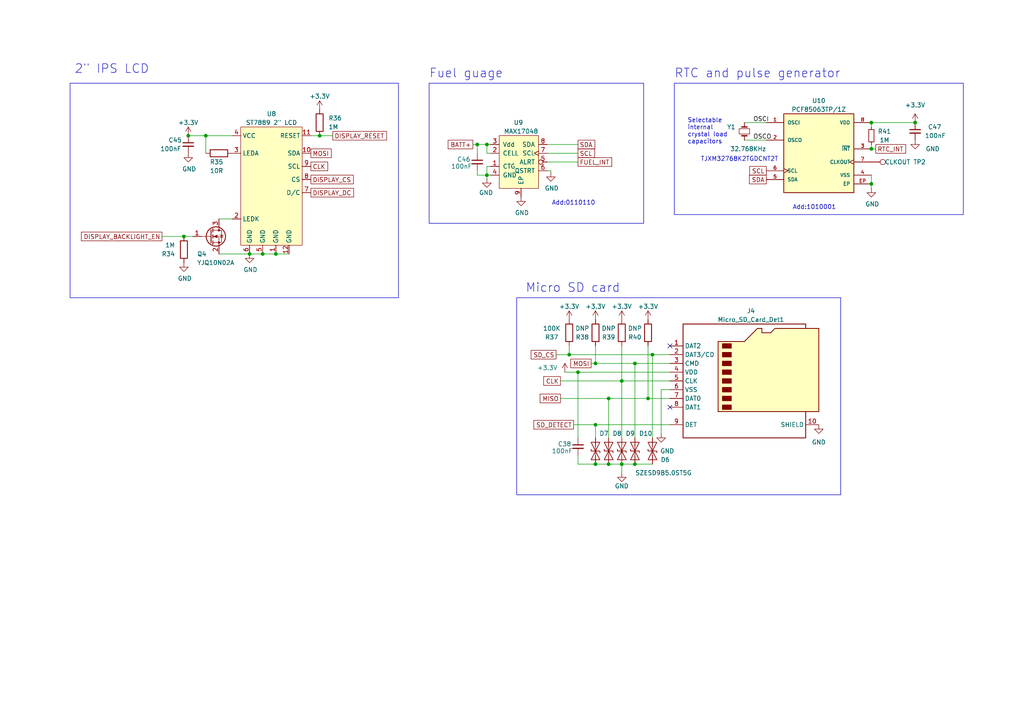
<source format=kicad_sch>
(kicad_sch (version 20230121) (generator eeschema)
  (paper "A4")
  (lib_symbols
    (symbol "Connector:Micro_SD_Card_Det1"
      (property "Reference" "J" (at -16.51 17.78 0))
      (property "Value" "Micro_SD_Card_Det1" (at 16.51 17.78 0))
      (symbol "Micro_SD_Card_Det1_0_1"
        (rectangle (start -7.62 -6.985) (end -5.08 -8.255) (stroke (width 0.254)) (fill (type outline)))
        (rectangle (start -7.62 -4.445) (end -5.08 -5.715) (stroke (width 0.254)) (fill (type outline)))
        (rectangle (start -7.62 -1.905) (end -5.08 -3.175) (stroke (width 0.254)) (fill (type outline)))
        (rectangle (start -7.62 0.635) (end -5.08 -0.635) (stroke (width 0.254)) (fill (type outline)))
        (rectangle (start -7.62 3.175) (end -5.08 1.905) (stroke (width 0.254)) (fill (type outline)))
        (rectangle (start -7.62 5.715) (end -5.08 4.445) (stroke (width 0.254)) (fill (type outline)))
        (rectangle (start -7.62 8.255) (end -5.08 6.985) (stroke (width 0.254)) (fill (type outline)))
        (rectangle (start -7.62 10.795) (end -5.08 9.525) (stroke (width 0.254)) (fill (type outline)))
        (polyline (pts (xy 16.51 15.24) (xy 16.51 16.51) (xy -19.05 16.51) (xy -19.05 -16.51) (xy 16.51 -16.51) (xy 16.51 -8.89)) (stroke (width 0.254)))
        (polyline (pts (xy -8.89 -8.89) (xy -8.89 11.43) (xy -1.27 11.43) (xy 2.54 15.24) (xy 3.81 15.24) (xy 3.81 13.97) (xy 6.35 13.97) (xy 7.62 15.24) (xy 20.32 15.24) (xy 20.32 -8.89) (xy -8.89 -8.89)) (stroke (width 0.254)) (fill (type background)))
      )
      (symbol "Micro_SD_Card_Det1_1_1"
        (pin bidirectional line (at -22.86 10.16 0) (length 3.81) (name "DAT2") (number "1"))
        (pin passive line (at 20.32 -12.7 180) (length 3.81) (name "SHIELD") (number "10"))
        (pin bidirectional line (at -22.86 7.62 0) (length 3.81) (name "DAT3/CD") (number "2"))
        (pin input line (at -22.86 5.08 0) (length 3.81) (name "CMD") (number "3"))
        (pin power_in line (at -22.86 2.54 0) (length 3.81) (name "VDD") (number "4"))
        (pin input line (at -22.86 0 0) (length 3.81) (name "CLK") (number "5"))
        (pin power_in line (at -22.86 -2.54 0) (length 3.81) (name "VSS") (number "6"))
        (pin bidirectional line (at -22.86 -5.08 0) (length 3.81) (name "DAT0") (number "7"))
        (pin bidirectional line (at -22.86 -7.62 0) (length 3.81) (name "DAT1") (number "8"))
        (pin passive line (at -22.86 -12.7 0) (length 3.81) (name "DET") (number "9"))
      )
    )
    (symbol "Connector:TestPoint" (pin_numbers hide) (pin_names (offset 0.762) hide)
      (property "Reference" "TP" (at 0 6.858 0))
      (property "Value" "TestPoint" (at 0 5.08 0))
      (symbol "TestPoint_0_1"
        (circle (center 0 3.302) (radius 0.762))
      )
      (symbol "TestPoint_1_1"
        (pin passive line (at 0 0 90) (length 2.54) (name "1") (number "1"))
      )
    )
    (symbol "Device:C_Small" (pin_numbers hide) (pin_names (offset 0.254) hide)
      (property "Reference" "C" (at 0.254 1.778 0))
      (property "Value" "C_Small" (at 0.254 -2.032 0))
      (symbol "C_Small_0_1"
        (polyline (pts (xy -1.524 -0.508) (xy 1.524 -0.508)) (stroke (width 0.3302)))
        (polyline (pts (xy -1.524 0.508) (xy 1.524 0.508)) (stroke (width 0.3048)))
      )
      (symbol "C_Small_1_1"
        (pin passive line (at 0 2.54 270) (length 2.032) (name "~") (number "1"))
        (pin passive line (at 0 -2.54 90) (length 2.032) (name "~") (number "2"))
      )
    )
    (symbol "Device:Crystal_Small" (pin_numbers hide) (pin_names (offset 1.016) hide)
      (property "Reference" "Y" (at 0 2.54 0))
      (property "Value" "Crystal_Small" (at 0 -2.54 0))
      (symbol "Crystal_Small_0_1"
        (rectangle (start -0.762 -1.524) (end 0.762 1.524))
        (polyline (pts (xy -1.27 -0.762) (xy -1.27 0.762)) (stroke (width 0.381)))
        (polyline (pts (xy 1.27 -0.762) (xy 1.27 0.762)) (stroke (width 0.381)))
      )
      (symbol "Crystal_Small_1_1"
        (pin passive line (at -2.54 0 0) (length 1.27) (name "1") (number "1"))
        (pin passive line (at 2.54 0 180) (length 1.27) (name "2") (number "2"))
      )
    )
    (symbol "Device:R" (pin_numbers hide) (pin_names (offset 0))
      (property "Reference" "R" (at 2.032 0 90))
      (property "Value" "R" (at 0 0 90))
      (symbol "R_0_1"
        (rectangle (start -1.016 -2.54) (end 1.016 2.54) (stroke (width 0.254)))
      )
      (symbol "R_1_1"
        (pin passive line (at 0 3.81 270) (length 1.27) (name "~") (number "1"))
        (pin passive line (at 0 -3.81 90) (length 1.27) (name "~") (number "2"))
      )
    )
    (symbol "Device:R_Small" (pin_numbers hide) (pin_names (offset 0.254) hide)
      (property "Reference" "R" (at 0.762 0.508 0))
      (property "Value" "R_Small" (at 0.762 -1.016 0))
      (symbol "R_Small_0_1"
        (rectangle (start -0.762 1.778) (end 0.762 -1.778) (stroke (width 0.2032)))
      )
      (symbol "R_Small_1_1"
        (pin passive line (at 0 2.54 270) (length 0.762) (name "~") (number "1"))
        (pin passive line (at 0 -2.54 90) (length 0.762) (name "~") (number "2"))
      )
    )
    (symbol "Diode:SZESD9B5.0ST5G" (pin_numbers hide) (pin_names (offset 1.016) hide)
      (property "Reference" "D" (at 0 2.54 0))
      (property "Value" "SZESD9B5.0ST5G" (at 0 -2.54 0))
      (symbol "SZESD9B5.0ST5G_0_1"
        (polyline (pts (xy 1.27 0) (xy -1.27 0)))
        (polyline (pts (xy -2.54 -1.27) (xy 0 0) (xy -2.54 1.27) (xy -2.54 -1.27)) (stroke (width 0.2032)))
        (polyline (pts (xy 0.508 1.27) (xy 0 1.27) (xy 0 -1.27) (xy -0.508 -1.27)) (stroke (width 0.2032)))
        (polyline (pts (xy 2.54 1.27) (xy 2.54 -1.27) (xy 0 0) (xy 2.54 1.27)) (stroke (width 0.2032)))
      )
      (symbol "SZESD9B5.0ST5G_1_1"
        (pin passive line (at -3.81 0 0) (length 2.54) (name "A1") (number "1"))
        (pin passive line (at 3.81 0 180) (length 2.54) (name "A2") (number "2"))
      )
    )
    (symbol "Lcd:2{dblquote}_IPS_LCD_ST7889"
      (property "Reference" "U" (at 0 6.35 0))
      (symbol "2{dblquote}_IPS_LCD_ST7889_1_1"
        (rectangle (start -8.89 3.81) (end 8.89 -30.48) (fill (type background)))
        (pin input line (at 1.27 -33.02 90) (length 2.54) (name "GND") (number "1"))
        (pin input line (at 11.43 -3.81 180) (length 2.54) (name "SDA") (number "10"))
        (pin input line (at 11.43 1.27 180) (length 2.54) (name "RESET") (number "11"))
        (pin input line (at 5.08 -33.02 90) (length 2.54) (name "GND") (number "12"))
        (pin input line (at -11.43 -22.86 0) (length 2.54) (name "LEDK") (number "2"))
        (pin input line (at -11.43 -3.81 0) (length 2.54) (name "LEDA") (number "3"))
        (pin input line (at -11.43 1.27 0) (length 2.54) (name "VCC") (number "4"))
        (pin input line (at -2.54 -33.02 90) (length 2.54) (name "GND") (number "5"))
        (pin input line (at -6.35 -33.02 90) (length 2.54) (name "GND") (number "6"))
        (pin input line (at 11.43 -15.24 180) (length 2.54) (name "D/C") (number "7"))
        (pin input line (at 11.43 -11.43 180) (length 2.54) (name "CS") (number "8"))
        (pin input line (at 11.43 -7.62 180) (length 2.54) (name "SCL") (number "9"))
      )
    )
    (symbol "MAX17048_1" (pin_names (offset 1.016))
      (property "Reference" "U" (at 3.81 -10.16 0))
      (property "Value" "MAX17048_1" (at 0 7.62 0))
      (symbol "MAX17048_1_0_1"
        (rectangle (start -5.08 6.35) (end 6.35 -8.89) (fill (type background)))
      )
      (symbol "MAX17048_1_1_1"
        (pin input line (at -7.62 -2.54 0) (length 2.54) (name "CTG") (number "1"))
        (pin input line (at -7.62 1.27 0) (length 2.54) (name "CELL") (number "2"))
        (pin power_in line (at -7.62 3.81 0) (length 2.54) (name "Vdd") (number "3"))
        (pin power_in line (at -7.62 -5.08 0) (length 2.54) (name "GND") (number "4"))
        (pin output inverted (at 8.89 -1.27 180) (length 2.54) (name "ALRT") (number "5"))
        (pin input line (at 8.89 -3.81 180) (length 2.54) (name "QSTRT") (number "6"))
        (pin input clock (at 8.89 1.27 180) (length 2.54) (name "SCL") (number "7"))
        (pin bidirectional line (at 8.89 3.81 180) (length 2.54) (name "SDA") (number "8"))
        (pin power_in line (at 1.27 -11.43 90) (length 2.54) (name "EP") (number "9"))
      )
    )
    (symbol "OSSG_components_lib:PMZ290UNE2YL" (pin_names (offset 0) hide)
      (property "Reference" "Q" (at 5.08 1.27 0))
      (property "Value" "PMZ290UNE2YL" (at 5.08 -1.27 0))
      (symbol "PMZ290UNE2YL_0_1"
        (polyline (pts (xy 0.254 0) (xy -2.54 0)))
        (polyline (pts (xy 0.254 1.905) (xy 0.254 -1.905)) (stroke (width 0.254)))
        (polyline (pts (xy 0.762 -1.27) (xy 0.762 -2.286)) (stroke (width 0.254)))
        (polyline (pts (xy 0.762 0.508) (xy 0.762 -0.508)) (stroke (width 0.254)))
        (polyline (pts (xy 0.762 2.286) (xy 0.762 1.27)) (stroke (width 0.254)))
        (polyline (pts (xy 2.54 2.54) (xy 2.54 1.778)))
        (polyline (pts (xy 2.54 -2.54) (xy 2.54 0) (xy 0.762 0)))
        (polyline (pts (xy 0.762 -1.778) (xy 3.302 -1.778) (xy 3.302 1.778) (xy 0.762 1.778)))
        (polyline (pts (xy 1.016 0) (xy 2.032 0.381) (xy 2.032 -0.381) (xy 1.016 0)) (fill (type outline)))
        (polyline (pts (xy 2.794 0.508) (xy 2.921 0.381) (xy 3.683 0.381) (xy 3.81 0.254)))
        (polyline (pts (xy 3.302 0.381) (xy 2.921 -0.254) (xy 3.683 -0.254) (xy 3.302 0.381)))
        (circle (center 1.651 0) (radius 2.794) (stroke (width 0.254)))
        (circle (center 2.54 -1.778) (radius 0.254) (fill (type outline)))
        (circle (center 2.54 1.778) (radius 0.254) (fill (type outline)))
      )
      (symbol "PMZ290UNE2YL_1_1"
        (pin input line (at -5.08 0 0) (length 2.54) (name "G") (number "1"))
        (pin passive line (at 2.54 -5.08 90) (length 2.54) (name "S") (number "2"))
        (pin passive line (at 2.54 5.08 270) (length 2.54) (name "D") (number "3"))
      )
    )
    (symbol "pcf85063tp:PCF85063TP{slash}1Z" (pin_names (offset 1.016))
      (property "Reference" "U10" (at 0 15.24 0))
      (property "Value" "PCF85063TP/1Z" (at 0 12.7 0))
      (symbol "PCF85063TP{slash}1Z_0_0"
        (rectangle (start -10.16 10.16) (end 10.16 -12.7) (stroke (width 0.254)) (fill (type background)))
        (pin input line (at -15.24 7.62 0) (length 5.08) (name "OSCI") (number "1"))
        (pin output line (at 15.24 0 180) (length 5.08) (name "~{INT}") (number "3"))
        (pin power_in line (at 15.24 -7.62 180) (length 5.08) (name "VSS") (number "4"))
        (pin bidirectional line (at -15.24 -8.89 0) (length 5.08) (name "SDA") (number "5"))
        (pin input clock (at -15.24 -6.35 0) (length 5.08) (name "SCL") (number "6"))
        (pin power_in line (at 15.24 -10.16 180) (length 5.08) (name "EP") (number "EP"))
      )
      (symbol "PCF85063TP{slash}1Z_1_0"
        (pin output line (at -15.24 2.54 0) (length 5.08) (name "OSCO") (number "2"))
        (pin output clock (at 15.24 -3.81 180) (length 5.08) (name "CLKOUT") (number "7"))
        (pin power_in line (at 15.24 7.62 180) (length 5.08) (name "VDD") (number "8"))
      )
    )
    (symbol "power:+3.3V" (power) (pin_names (offset 0))
      (property "Value" "+3.3V" (at 0 3.556 0))
      (symbol "+3.3V_0_1"
        (polyline (pts (xy -0.762 1.27) (xy 0 2.54)))
        (polyline (pts (xy 0 0) (xy 0 2.54)))
        (polyline (pts (xy 0 2.54) (xy 0.762 1.27)))
      )
      (symbol "+3.3V_1_1"
        (pin power_in line (at 0 0 90) (length 0) hide (name "+3.3V") (number "1"))
      )
    )
    (symbol "power:GND" (power) (pin_names (offset 0))
      (property "Value" "GND" (at 0 -3.81 0))
      (symbol "GND_0_1"
        (polyline (pts (xy 0 0) (xy 0 -1.27) (xy 1.27 -1.27) (xy 0 -2.54) (xy -1.27 -1.27) (xy 0 -1.27)))
      )
      (symbol "GND_1_1"
        (pin power_in line (at 0 0 270) (length 0) hide (name "GND") (number "1"))
      )
    )
  )
  (junction (at 138.43 41.91))
  (junction (at 180.34 110.49))
  (junction (at 172.72 134.62))
  (junction (at 54.61 39.37))
  (junction (at 80.01 73.66))
  (junction (at 165.1 102.87))
  (junction (at 176.53 115.57))
  (junction (at 53.34 68.58))
  (junction (at 76.2 73.66))
  (junction (at 141.224 50.8))
  (junction (at 184.15 105.41))
  (junction (at 141.224 41.91))
  (junction (at 252.73 43.18))
  (junction (at 176.53 134.62))
  (junction (at 189.23 102.87))
  (junction (at 72.39 73.66))
  (junction (at 187.96 115.57))
  (junction (at 265.43 35.56))
  (junction (at 252.73 35.56))
  (junction (at 167.64 107.95))
  (junction (at 252.73 53.34))
  (junction (at 180.34 134.62))
  (junction (at 184.15 134.62))
  (junction (at 59.69 39.37))
  (junction (at 172.72 105.41))
  (junction (at 172.72 123.19))
  (junction (at 92.71 39.37))
  (no_connect (at 194.31 118.11))
  (no_connect (at 194.31 100.33))
  (wire (pts (xy 252.73 43.18) (xy 252.73 41.91)))
  (wire (pts (xy 165.1 100.33) (xy 165.1 102.87)))
  (wire (pts (xy 76.2 73.66) (xy 80.01 73.66)))
  (wire (pts (xy 59.69 39.37) (xy 67.31 39.37)))
  (wire (pts (xy 92.71 39.37) (xy 90.17 39.37)))
  (wire (pts (xy 159.766 49.53) (xy 159.766 50.038)))
  (wire (pts (xy 138.43 49.53) (xy 138.43 50.8)))
  (wire (pts (xy 141.224 50.8) (xy 142.24 50.8)))
  (wire (pts (xy 161.29 102.87) (xy 165.1 102.87)))
  (wire (pts (xy 187.96 100.33) (xy 187.96 115.57)))
  (wire (pts (xy 165.1 102.87) (xy 189.23 102.87)))
  (wire (pts (xy 92.71 39.37) (xy 96.52 39.37)))
  (wire (pts (xy 184.15 105.41) (xy 184.15 127)))
  (wire (pts (xy 162.56 115.57) (xy 176.53 115.57)))
  (wire (pts (xy 172.72 100.33) (xy 172.72 105.41)))
  (wire (pts (xy 180.34 100.33) (xy 180.34 110.49)))
  (wire (pts (xy 141.224 50.8) (xy 141.224 51.816)))
  (wire (pts (xy 184.15 105.41) (xy 194.31 105.41)))
  (wire (pts (xy 167.64 107.95) (xy 167.64 127)))
  (wire (pts (xy 167.64 107.95) (xy 194.31 107.95)))
  (wire (pts (xy 54.61 39.37) (xy 59.69 39.37)))
  (wire (pts (xy 141.224 44.45) (xy 141.224 41.91)))
  (wire (pts (xy 59.69 39.37) (xy 59.69 44.45)))
  (wire (pts (xy 158.75 46.99) (xy 167.64 46.99)))
  (wire (pts (xy 191.77 125.73) (xy 191.77 113.03)))
  (wire (pts (xy 176.53 115.57) (xy 187.96 115.57)))
  (wire (pts (xy 53.34 68.58) (xy 55.88 68.58)))
  (wire (pts (xy 189.23 102.87) (xy 189.23 127)))
  (wire (pts (xy 72.39 73.66) (xy 63.5 73.66)))
  (wire (pts (xy 141.224 41.91) (xy 142.24 41.91)))
  (wire (pts (xy 172.72 123.19) (xy 172.72 127)))
  (wire (pts (xy 176.53 134.62) (xy 180.34 134.62)))
  (wire (pts (xy 172.72 134.62) (xy 176.53 134.62)))
  (wire (pts (xy 172.72 105.41) (xy 184.15 105.41)))
  (wire (pts (xy 162.56 110.49) (xy 180.34 110.49)))
  (wire (pts (xy 163.83 107.95) (xy 167.64 107.95)))
  (wire (pts (xy 184.15 134.62) (xy 189.23 134.62)))
  (wire (pts (xy 189.23 102.87) (xy 194.31 102.87)))
  (wire (pts (xy 180.34 134.62) (xy 184.15 134.62)))
  (wire (pts (xy 171.45 105.41) (xy 172.72 105.41)))
  (wire (pts (xy 180.34 110.49) (xy 194.31 110.49)))
  (wire (pts (xy 252.73 53.34) (xy 252.73 54.61)))
  (wire (pts (xy 252.73 43.18) (xy 254 43.18)))
  (wire (pts (xy 80.01 73.66) (xy 83.82 73.66)))
  (wire (pts (xy 138.43 50.8) (xy 141.224 50.8)))
  (wire (pts (xy 215.9 35.56) (xy 222.25 35.56)))
  (wire (pts (xy 176.53 115.57) (xy 176.53 127)))
  (wire (pts (xy 158.75 49.53) (xy 159.766 49.53)))
  (wire (pts (xy 166.37 123.19) (xy 172.72 123.19)))
  (wire (pts (xy 138.43 41.91) (xy 138.43 44.45)))
  (wire (pts (xy 142.24 48.26) (xy 141.224 48.26)))
  (wire (pts (xy 46.99 68.58) (xy 53.34 68.58)))
  (wire (pts (xy 142.24 44.45) (xy 141.224 44.45)))
  (wire (pts (xy 252.73 50.8) (xy 252.73 53.34)))
  (wire (pts (xy 172.72 134.62) (xy 167.64 134.62)))
  (wire (pts (xy 158.75 44.45) (xy 167.64 44.45)))
  (wire (pts (xy 138.43 41.91) (xy 141.224 41.91)))
  (wire (pts (xy 187.96 115.57) (xy 194.31 115.57)))
  (wire (pts (xy 180.34 134.62) (xy 180.34 137.16)))
  (wire (pts (xy 215.9 40.64) (xy 222.25 40.64)))
  (wire (pts (xy 172.72 123.19) (xy 194.31 123.19)))
  (wire (pts (xy 252.73 35.56) (xy 265.43 35.56)))
  (wire (pts (xy 137.16 41.91) (xy 138.43 41.91)))
  (wire (pts (xy 72.39 73.66) (xy 76.2 73.66)))
  (wire (pts (xy 180.34 110.49) (xy 180.34 127)))
  (wire (pts (xy 141.224 48.26) (xy 141.224 50.8)))
  (wire (pts (xy 167.64 134.62) (xy 167.64 132.08)))
  (wire (pts (xy 191.77 113.03) (xy 194.31 113.03)))
  (wire (pts (xy 63.5 63.5) (xy 67.31 63.5)))
  (wire (pts (xy 252.73 36.83) (xy 252.73 35.56)))
  (wire (pts (xy 158.75 41.91) (xy 167.64 41.91)))
  (rectangle (start 20.32 24.13) (end 115.57 86.36))
  (rectangle (start 195.58 24.13) (end 279.4 62.23))
  (rectangle (start 124.46 24.13) (end 186.69 64.77))
  (rectangle (start 149.86 86.36) (end 243.84 143.51))
  (text "Selectable\ninternal \ncrystal load\ncapacitors" (at 199.39 41.91 0) (effects (font (size 1.27 1.27)) (justify left bottom)))
  (text "Micro SD card" (at 152.4 85.09 0) (effects (font (size 2.54 2.54)) (justify left bottom)))
  (text "Fuel guage" (at 124.46 22.86 0) (effects (font (size 2.54 2.54)) (justify left bottom)))
  (text "Add:1010001" (at 229.87 60.96 0) (effects (font (size 1.27 1.27)) (justify left bottom)))
  (text "Add:0110110" (at 160.02 59.69 0) (effects (font (size 1.27 1.27)) (justify left bottom)))
  (text "RTC and pulse generator" (at 195.58 22.86 0) (effects (font (size 2.54 2.54)) (justify left bottom)))
  (text "2\" IPS LCD\n" (at 21.59 21.59 0) (effects (font (size 2.54 2.54)) (justify left bottom)))
  (text "TJXM32768K2TGDCNT2T" (at 203.2 46.99 0) (effects (font (size 1.27 1.27)) (justify left bottom)))
  (label "OSCO" (at 218.44 40.64 0))
  (label "OSCI" (at 218.44 35.56 0))
  (global_label "SDA" (shape passive) (at 222.25 52.07 180) (property "Intersheetrefs" "${INTERSHEET_REFS}" (effects hide)))
  (global_label "DISPLAY_DC" (shape passive) (at 90.17 55.88 0) (property "Intersheetrefs" "${INTERSHEET_REFS}" (effects hide)))
  (global_label "MISO" (shape passive) (at 162.56 115.57 180) (property "Intersheetrefs" "${INTERSHEET_REFS}" (effects hide)))
  (global_label "SDA" (shape passive) (at 167.64 41.91 0) (property "Intersheetrefs" "${INTERSHEET_REFS}" (effects hide)))
  (global_label "MOSI" (shape passive) (at 90.17 44.45 0) (property "Intersheetrefs" "${INTERSHEET_REFS}" (effects hide)))
  (global_label "DISPLAY_RESET" (shape passive) (at 96.52 39.37 0) (property "Intersheetrefs" "${INTERSHEET_REFS}" (effects hide)))
  (global_label "FUEL_INT" (shape passive) (at 167.64 46.99 0) (property "Intersheetrefs" "${INTERSHEET_REFS}" (effects hide)))
  (global_label "CLK" (shape passive) (at 90.17 48.26 0) (property "Intersheetrefs" "${INTERSHEET_REFS}" (effects hide)))
  (global_label "DISPLAY_BACKLIGHT_EN" (shape passive) (at 46.99 68.58 180) (property "Intersheetrefs" "${INTERSHEET_REFS}" (effects hide)))
  (global_label "SCL" (shape passive) (at 167.64 44.45 0) (property "Intersheetrefs" "${INTERSHEET_REFS}" (effects hide)))
  (global_label "SD_DETECT" (shape passive) (at 166.37 123.19 180) (property "Intersheetrefs" "${INTERSHEET_REFS}" (effects hide)))
  (global_label "MOSI" (shape passive) (at 171.45 105.41 180) (property "Intersheetrefs" "${INTERSHEET_REFS}" (effects hide)))
  (global_label "RTC_INT" (shape passive) (at 254 43.18 0) (property "Intersheetrefs" "${INTERSHEET_REFS}" (effects hide)))
  (global_label "SCL" (shape passive) (at 222.25 49.53 180) (property "Intersheetrefs" "${INTERSHEET_REFS}" (effects hide)))
  (global_label "DISPLAY_CS" (shape passive) (at 90.17 52.07 0) (property "Intersheetrefs" "${INTERSHEET_REFS}" (effects hide)))
  (global_label "CLK" (shape passive) (at 162.56 110.49 180) (property "Intersheetrefs" "${INTERSHEET_REFS}" (effects hide)))
  (global_label "SD_CS" (shape passive) (at 161.29 102.87 180) (property "Intersheetrefs" "${INTERSHEET_REFS}" (effects hide)))
  (global_label "BATT+" (shape passive) (at 137.16 41.91 180) (property "Intersheetrefs" "${INTERSHEET_REFS}" (effects hide)))
  (symbol (lib_id "Device:R") (at 172.72 96.52 0) (unit 1)
    (property "Reference" "R38" (at 168.91 97.79 0))
    (property "Value" "DNP" (at 168.91 95.25 0))
    (property "Footprint" "Resistor_SMD:R_0402_1005Metric" (effects hide))
    (instances (project "Music_32_V2" (path "" (reference "R38") (unit 1))) (project "Audio test board" (path "" (reference "R?") (unit 1))) (project "Ipod" (path "" (reference "R?") (unit 1)) (path "" (reference "R43") (unit 1))))
  )
  (symbol (lib_id "Connector:TestPoint") (at 252.73 46.99 270) (mirror x) (unit 1)
    (property "Reference" "TP2" (at 266.7 46.99 90))
    (property "Value" "CLKOUT" (at 260.35 46.99 90))
    (property "Footprint" "TestPoint:TestPoint_Pad_D3.0mm" (effects hide))
    (instances (project "Music_32_V2" (path "" (reference "TP2") (unit 1)) (path "" (reference "TP3") (unit 1))))
  )
  (symbol (lib_id "pcf85063tp:PCF85063TP{slash}1Z") (at 237.49 43.18 0) (unit 1)
    (property "Reference" "U10" (at 237.49 29.21 0))
    (property "Value" "PCF85063TP/1Z" (at 237.49 31.75 0))
    (property "Footprint" "Footprints:PCF85063TP_1Z" (effects hide))
    (property "PACKAGE" "8-WFDFN" (effects hide))
    (property "MPN" "PCF85063TP/1Z" (effects hide))
    (property "DIGIKEY_PARTNO" "568-10236-1-ND" (effects hide))
    (property "CREATED_BY" "PCBLayout.com" (effects hide))
    (property "MANUFACTURER" "NXP USA Inc." (effects hide))
    (instances (project "Music_32_V2" (path "" (reference "U10") (unit 1))) (project "Phone" (path "" (reference "U?") (unit 1))) (project "Ipod" (path "" (reference "U?") (unit 1)) (path "" (reference "U10") (unit 1))))
  )
  (symbol (lib_id "Device:C_Small") (at 54.61 41.91 0) (mirror y) (unit 1)
    (property "Reference" "C45" (at 50.8 40.64 0))
    (property "Value" "100nF" (at 49.53 43.18 0))
    (property "Footprint" "Capacitor_SMD:C_0402_1005Metric" (effects hide))
    (instances (project "Music_32_V2" (path "" (reference "C45") (unit 1))) (project "Phone" (path "" (reference "C?") (unit 1))) (project "Ipod" (path "" (reference "C?") (unit 1)) (path "" (reference "C38") (unit 1))))
  )
  (symbol (lib_id "power:GND") (at 252.73 54.61 0) (unit 1)
    (property "Reference" "#PWR086" (effects hide))
    (property "Value" "GND" (at 252.984 59.182 0))
    (instances (project "Music_32_V2" (path "" (reference "#PWR086") (unit 1))) (project "Phone" (path "" (reference "#PWR?") (unit 1))) (project "Ipod" (path "" (reference "#PWR?") (unit 1)) (path "" (reference "#PWR082") (unit 1))) (project "Power" (path "" (reference "#PWR?") (unit 1))))
  )
  (symbol (lib_id "Device:C_Small") (at 167.64 129.54 0) (unit 1)
    (property "Reference" "C38" (at 161.798 128.778 0) (effects (justify left)))
    (property "Value" "100nF" (at 160.02 130.81 0) (effects (justify left)))
    (property "Footprint" "Capacitor_SMD:C_0402_1005Metric" (effects hide))
    (property "Datasheet" "https://search.murata.co.jp/Ceramy/image/img/A01X/G101/ENG/GRT155C80J105KE01-01.pdf" (effects hide))
    (property "DigiKeyLink" "https://www.digikey.ca/en/products/detail/murata-electronics/GRT155C80J105KE01J/13904934" (effects hide))
    (property "Price" "0.0448" (effects hide))
    (property "MPN" "490-GRT155C80J105KE01JCT-ND" (effects hide))
    (property "MPN_LCSC" "C14445" (effects hide))
    (property "Price_LCSC" "0.0018" (effects hide))
    (property "LCSCLink" "https://lcsc.com/product-detail/Multilayer-Ceramic-Capacitors-MLCC-SMD-SMT_Samsung-Electro-Mechanics-CL05A105KP5NNNC_C14445.html" (effects hide))
    (instances (project "Music_32_V2" (path "" (reference "C38") (unit 1))) (project "Phone" (path "" (reference "C?") (unit 1))) (project "Ipod" (path "" (reference "C?") (unit 1)) (path "" (reference "C39") (unit 1))) (project "Power" (path "" (reference "C?") (unit 1))))
  )
  (symbol (lib_id "Device:R") (at 92.71 35.56 0) (mirror x) (unit 1)
    (property "Reference" "R36" (at 95.25 34.29 0) (effects (justify left)))
    (property "Value" "1M" (at 95.25 36.83 0) (effects (justify left)))
    (property "Footprint" "Resistor_SMD:R_0402_1005Metric" (effects hide))
    (instances (project "Music_32_V2" (path "" (reference "R36") (unit 1))) (project "Phone" (path "" (reference "R?") (unit 1)) (path "" (reference "R?") (unit 1))) (project "Ipod" (path "" (reference "R?") (unit 1)) (path "" (reference "R39") (unit 1))))
  )
  (symbol (lib_id "power:+3.3V") (at 187.96 92.71 0) (unit 1)
    (property "Reference" "#PWR083" (effects hide))
    (property "Value" "+3.3V" (at 187.96 88.9 0))
    (instances (project "Music_32_V2" (path "" (reference "#PWR083") (unit 1))) (project "Audio test board" (path "" (reference "#PWR?") (unit 1))) (project "Ipod" (path "" (reference "#PWR?") (unit 1)) (path "" (reference "#PWR080") (unit 1))))
  )
  (symbol (lib_id "OSSG_components_lib:PMZ290UNE2YL") (at 60.96 68.58 0) (unit 1)
    (property "Reference" "Q4" (at 57.15 73.66 0) (effects (justify left)))
    (property "Value" "YJQ10N02A" (at 57.15 76.2 0) (effects (justify left)))
    (property "Footprint" "Footprints:YJQ10N02A" (effects hide))
    (instances (project "Music_32_V2" (path "" (reference "Q4") (unit 1))) (project "Phone" (path "" (reference "Q?") (unit 1))) (project "Ipod" (path "" (reference "Q?") (unit 1)) (path "" (reference "Q?") (unit 1)) (path "" (reference "Q4") (unit 1))) (project "power" (path "" (reference "Q?") (unit 1))) (project "Power" (path "" (reference "Q?") (unit 1))))
  )
  (symbol (lib_id "power:+3.3V") (at 54.61 39.37 0) (unit 1)
    (property "Reference" "#PWR071" (effects hide))
    (property "Value" "+3.3V" (at 54.61 35.56 0))
    (instances (project "Music_32_V2" (path "" (reference "#PWR071") (unit 1))) (project "Phone" (path "" (reference "#PWR?") (unit 1))) (project "Ipod" (path "" (reference "#PWR?") (unit 1)) (path "" (reference "#PWR064") (unit 1))))
  )
  (symbol (lib_id "power:GND") (at 180.34 137.16 0) (mirror y) (unit 1)
    (property "Reference" "#PWR082" (effects hide))
    (property "Value" "GND" (at 180.34 140.97 0))
    (instances (project "Music_32_V2" (path "" (reference "#PWR082") (unit 1))) (project "Phone" (path "" (reference "#PWR?") (unit 1))) (project "Ipod" (path "" (reference "#PWR?") (unit 1)) (path "" (reference "#PWR?") (unit 1)) (path "" (reference "#PWR079") (unit 1))) (project "power" (path "" (reference "#PWR?") (unit 1))) (project "Power" (path "" (reference "#PWR?") (unit 1))))
  )
  (symbol (lib_id "Diode:SZESD9B5.0ST5G") (at 172.72 130.81 90) (unit 1)
    (property "Reference" "D6" (at 194.31 133.35 90) (effects (justify left)))
    (property "Value" "SZESD9B5.0ST5G" (at 200.66 137.16 90) (effects (justify left)))
    (property "Footprint" "Diode_SMD:D_SOD-923" (effects hide))
    (property "Datasheet" "https://www.onsemi.com/pub/Collateral/ESD9B-D.PDF" (effects hide))
    (instances (project "Music_32_V2" (path "" (reference "D6") (unit 1))) (project "Ipod" (path "" (reference "D7") (unit 1))))
  )
  (symbol (lib_id "Device:Crystal_Small") (at 215.9 38.1 270) (mirror x) (unit 1)
    (property "Reference" "Y1" (at 213.36 36.83 90) (effects (justify right)))
    (property "Value" "32.768KHz" (at 222.25 43.18 90) (effects (justify right)))
    (property "Footprint" "Crystal:Crystal_SMD_2012-2Pin_2.0x1.2mm" (effects hide))
    (instances (project "Music_32_V2" (path "" (reference "Y1") (unit 1))) (project "Phone" (path "" (reference "Y?") (unit 1))) (project "Ipod" (path "" (reference "Y?") (unit 1)) (path "" (reference "Y1") (unit 1))))
  )
  (symbol (lib_id "power:GND") (at 191.77 125.73 0) (unit 1)
    (property "Reference" "#PWR084" (effects hide))
    (property "Value" "GND" (at 195.58 130.81 0) (effects (justify right)))
    (instances (project "Music_32_V2" (path "" (reference "#PWR084") (unit 1))) (project "Audio test board" (path "" (reference "#PWR?") (unit 1))) (project "Ipod" (path "" (reference "#PWR?") (unit 1)) (path "" (reference "#PWR081") (unit 1))))
  )
  (symbol (lib_id "power:GND") (at 159.766 50.038 0) (unit 1)
    (property "Reference" "#PWR077" (effects hide))
    (property "Value" "GND" (at 160.02 54.61 0))
    (instances (project "Music_32_V2" (path "" (reference "#PWR077") (unit 1))) (project "Phone" (path "" (reference "#PWR?") (unit 1))) (project "Ipod" (path "" (reference "#PWR?") (unit 1)) (path "" (reference "#PWR070") (unit 1))) (project "Power" (path "" (reference "#PWR?") (unit 1))))
  )
  (symbol (lib_name "MAX17048_1") (lib_id "OSSG_components_lib:MAX17048") (at 149.86 45.72 0) (unit 1)
    (property "Reference" "U9" (at 150.368 35.56 0))
    (property "Value" "MAX17048" (at 151.13 38.1 0))
    (property "Footprint" "Package_DFN_QFN:DFN-8-1EP_2x2mm_P0.5mm_EP0.8x1.6mm" (effects hide))
    (instances (project "Music_32_V2" (path "" (reference "U9") (unit 1))) (project "Phone" (path "" (reference "U?") (unit 1))) (project "Ipod" (path "" (reference "U?") (unit 1)) (path "" (reference "U8") (unit 1))) (project "Power" (path "" (reference "U?") (unit 1))))
  )
  (symbol (lib_id "Diode:SZESD9B5.0ST5G") (at 189.23 130.81 90) (unit 1)
    (property "Reference" "D10" (at 189.23 125.73 90) (effects (justify left)))
    (property "Value" "SZESD9B5.0ST5G" (effects hide))
    (property "Footprint" "Diode_SMD:D_SOD-923" (effects hide))
    (property "Datasheet" "https://www.onsemi.com/pub/Collateral/ESD9B-D.PDF" (effects hide))
    (instances (project "Music_32_V2" (path "" (reference "D10") (unit 1))) (project "Ipod" (path "" (reference "D11") (unit 1))))
  )
  (symbol (lib_id "power:GND") (at 72.39 73.66 0) (unit 1)
    (property "Reference" "#PWR073" (effects hide))
    (property "Value" "GND" (at 72.644 78.232 0))
    (instances (project "Music_32_V2" (path "" (reference "#PWR073") (unit 1))) (project "Phone" (path "" (reference "#PWR?") (unit 1))) (project "Ipod" (path "" (reference "#PWR?") (unit 1)) (path "" (reference "#PWR066") (unit 1))) (project "Power" (path "" (reference "#PWR?") (unit 1))))
  )
  (symbol (lib_id "Device:R") (at 63.5 44.45 90) (mirror x) (unit 1)
    (property "Reference" "R35" (at 64.77 46.99 90) (effects (justify left)))
    (property "Value" "10R" (at 64.77 49.53 90) (effects (justify left)))
    (property "Footprint" "Resistor_SMD:R_0402_1005Metric" (effects hide))
    (instances (project "Music_32_V2" (path "" (reference "R35") (unit 1))) (project "Phone" (path "" (reference "R?") (unit 1)) (path "" (reference "R?") (unit 1))) (project "Ipod" (path "" (reference "R?") (unit 1)) (path "" (reference "R38") (unit 1))))
  )
  (symbol (lib_id "Device:R") (at 165.1 96.52 0) (unit 1)
    (property "Reference" "R37" (at 160.02 97.79 0))
    (property "Value" "100K" (at 160.02 95.25 0))
    (property "Footprint" "Resistor_SMD:R_0402_1005Metric" (effects hide))
    (instances (project "Music_32_V2" (path "" (reference "R37") (unit 1))) (project "Audio test board" (path "" (reference "R?") (unit 1))) (project "Ipod" (path "" (reference "R?") (unit 1)) (path "" (reference "R42") (unit 1))))
  )
  (symbol (lib_id "power:+3.3V") (at 163.83 107.95 0) (unit 1)
    (property "Reference" "#PWR078" (effects hide))
    (property "Value" "+3.3V" (at 158.75 106.68 0))
    (instances (project "Music_32_V2" (path "" (reference "#PWR078") (unit 1))) (project "Audio test board" (path "" (reference "#PWR?") (unit 1))) (project "Samd21 watch" (path "" (reference "#PWR?") (unit 1))) (project "Ipod" (path "" (reference "#PWR?") (unit 1)) (path "" (reference "#PWR075") (unit 1))))
  )
  (symbol (lib_id "power:+3.3V") (at 165.1 92.71 0) (unit 1)
    (property "Reference" "#PWR079" (effects hide))
    (property "Value" "+3.3V" (at 165.1 88.9 0))
    (instances (project "Music_32_V2" (path "" (reference "#PWR079") (unit 1))) (project "Audio test board" (path "" (reference "#PWR?") (unit 1))) (project "Ipod" (path "" (reference "#PWR?") (unit 1)) (path "" (reference "#PWR076") (unit 1))))
  )
  (symbol (lib_id "Diode:SZESD9B5.0ST5G") (at 184.15 130.81 90) (unit 1)
    (property "Reference" "D9" (at 184.15 125.73 90) (effects (justify left)))
    (property "Value" "SZESD9B5.0ST5G" (effects hide))
    (property "Footprint" "Diode_SMD:D_SOD-923" (effects hide))
    (property "Datasheet" "https://www.onsemi.com/pub/Collateral/ESD9B-D.PDF" (effects hide))
    (instances (project "Music_32_V2" (path "" (reference "D9") (unit 1))) (project "Ipod" (path "" (reference "D10") (unit 1))))
  )
  (symbol (lib_id "Device:R") (at 180.34 96.52 0) (unit 1)
    (property "Reference" "R39" (at 176.53 97.79 0))
    (property "Value" "DNP" (at 176.53 95.25 0))
    (property "Footprint" "Resistor_SMD:R_0402_1005Metric" (effects hide))
    (instances (project "Music_32_V2" (path "" (reference "R39") (unit 1))) (project "Audio test board" (path "" (reference "R?") (unit 1))) (project "Ipod" (path "" (reference "R?") (unit 1)) (path "" (reference "R44") (unit 1))))
  )
  (symbol (lib_id "power:GND") (at 151.13 57.15 0) (unit 1)
    (property "Reference" "#PWR076" (effects hide))
    (property "Value" "GND" (at 151.384 61.722 0))
    (instances (project "Music_32_V2" (path "" (reference "#PWR076") (unit 1))) (project "Phone" (path "" (reference "#PWR?") (unit 1))) (project "Ipod" (path "" (reference "#PWR?") (unit 1)) (path "" (reference "#PWR069") (unit 1))) (project "Power" (path "" (reference "#PWR?") (unit 1))))
  )
  (symbol (lib_id "power:GND") (at 141.224 51.816 0) (unit 1)
    (property "Reference" "#PWR075" (effects hide))
    (property "Value" "GND" (at 140.97 55.88 0))
    (instances (project "Music_32_V2" (path "" (reference "#PWR075") (unit 1))) (project "Phone" (path "" (reference "#PWR?") (unit 1))) (project "Ipod" (path "" (reference "#PWR?") (unit 1)) (path "" (reference "#PWR067") (unit 1))) (project "Power" (path "" (reference "#PWR?") (unit 1))))
  )
  (symbol (lib_id "Diode:SZESD9B5.0ST5G") (at 176.53 130.81 90) (unit 1)
    (property "Reference" "D7" (at 176.53 125.73 90) (effects (justify left)))
    (property "Value" "SZESD9B5.0ST5G" (effects hide))
    (property "Footprint" "Diode_SMD:D_SOD-923" (effects hide))
    (property "Datasheet" "https://www.onsemi.com/pub/Collateral/ESD9B-D.PDF" (effects hide))
    (instances (project "Music_32_V2" (path "" (reference "D7") (unit 1))) (project "Ipod" (path "" (reference "D8") (unit 1))))
  )
  (symbol (lib_id "power:+3.3V") (at 172.72 92.71 0) (unit 1)
    (property "Reference" "#PWR080" (effects hide))
    (property "Value" "+3.3V" (at 172.72 88.9 0))
    (instances (project "Music_32_V2" (path "" (reference "#PWR080") (unit 1))) (project "Audio test board" (path "" (reference "#PWR?") (unit 1))) (project "Ipod" (path "" (reference "#PWR?") (unit 1)) (path "" (reference "#PWR077") (unit 1))))
  )
  (symbol (lib_id "power:GND") (at 265.43 40.64 0) (unit 1)
    (property "Reference" "#PWR088" (effects hide))
    (property "Value" "GND" (at 270.51 43.18 0))
    (instances (project "Music_32_V2" (path "" (reference "#PWR088") (unit 1))) (project "Phone" (path "" (reference "#PWR?") (unit 1))) (project "Ipod" (path "" (reference "#PWR?") (unit 1)) (path "" (reference "#PWR085") (unit 1))) (project "Power" (path "" (reference "#PWR?") (unit 1))))
  )
  (symbol (lib_id "power:GND") (at 54.61 44.45 0) (unit 1)
    (property "Reference" "#PWR072" (effects hide))
    (property "Value" "GND" (at 54.864 49.022 0))
    (instances (project "Music_32_V2" (path "" (reference "#PWR072") (unit 1))) (project "Phone" (path "" (reference "#PWR?") (unit 1))) (project "Ipod" (path "" (reference "#PWR?") (unit 1)) (path "" (reference "#PWR065") (unit 1))) (project "Power" (path "" (reference "#PWR?") (unit 1))))
  )
  (symbol (lib_id "power:GND") (at 237.49 123.19 0) (unit 1)
    (property "Reference" "#PWR085" (effects hide))
    (property "Value" "GND" (at 237.49 128.27 0))
    (instances (project "Music_32_V2" (path "" (reference "#PWR085") (unit 1))) (project "Audio test board" (path "" (reference "#PWR?") (unit 1))) (project "Ipod" (path "" (reference "#PWR?") (unit 1)) (path "" (reference "#PWR083") (unit 1))))
  )
  (symbol (lib_id "Device:C_Small") (at 138.43 46.99 0) (unit 1)
    (property "Reference" "C46" (at 132.588 46.228 0) (effects (justify left)))
    (property "Value" "100nF" (at 130.81 48.26 0) (effects (justify left)))
    (property "Footprint" "Capacitor_SMD:C_0402_1005Metric" (effects hide))
    (property "Datasheet" "https://search.murata.co.jp/Ceramy/image/img/A01X/G101/ENG/GRT155C80J105KE01-01.pdf" (effects hide))
    (property "DigiKeyLink" "https://www.digikey.ca/en/products/detail/murata-electronics/GRT155C80J105KE01J/13904934" (effects hide))
    (property "Price" "0.0448" (effects hide))
    (property "MPN" "490-GRT155C80J105KE01JCT-ND" (effects hide))
    (property "MPN_LCSC" "C14445" (effects hide))
    (property "Price_LCSC" "0.0018" (effects hide))
    (property "LCSCLink" "https://lcsc.com/product-detail/Multilayer-Ceramic-Capacitors-MLCC-SMD-SMT_Samsung-Electro-Mechanics-CL05A105KP5NNNC_C14445.html" (effects hide))
    (instances (project "Music_32_V2" (path "" (reference "C46") (unit 1))) (project "Phone" (path "" (reference "C?") (unit 1))) (project "Ipod" (path "" (reference "C?") (unit 1)) (path "" (reference "C39") (unit 1))) (project "Power" (path "" (reference "C?") (unit 1))))
  )
  (symbol (lib_id "Device:R") (at 53.34 72.39 0) (mirror y) (unit 1)
    (property "Reference" "R34" (at 50.8 73.66 0) (effects (justify left)))
    (property "Value" "1M" (at 50.8 71.12 0) (effects (justify left)))
    (property "Footprint" "Resistor_SMD:R_0402_1005Metric" (effects hide))
    (instances (project "Music_32_V2" (path "" (reference "R34") (unit 1))) (project "Phone" (path "" (reference "R?") (unit 1)) (path "" (reference "R?") (unit 1))) (project "Ipod" (path "" (reference "R?") (unit 1)) (path "" (reference "R37") (unit 1))))
  )
  (symbol (lib_id "power:GND") (at 53.34 76.2 0) (unit 1)
    (property "Reference" "#PWR070" (effects hide))
    (property "Value" "GND" (at 53.594 80.772 0))
    (instances (project "Music_32_V2" (path "" (reference "#PWR070") (unit 1))) (project "Phone" (path "" (reference "#PWR?") (unit 1))) (project "Ipod" (path "" (reference "#PWR?") (unit 1)) (path "" (reference "#PWR063") (unit 1))) (project "Power" (path "" (reference "#PWR?") (unit 1))))
  )
  (symbol (lib_id "Connector:Micro_SD_Card_Det1") (at 217.17 110.49 0) (unit 1)
    (property "Reference" "J4" (at 217.805 90.17 0))
    (property "Value" "Micro_SD_Card_Det1" (at 217.805 92.71 0))
    (property "Footprint" "Footprints:MOLEX_503398-1892" (effects hide))
    (property "Datasheet" "https://datasheet.lcsc.com/lcsc/2110151630_XKB-Connectivity-XKTF-015-N_C381082.pdf" (effects hide))
    (instances (project "Music_32_V2" (path "" (reference "J4") (unit 1))) (project "Audio test board" (path "" (reference "J?") (unit 1))) (project "Ipod" (path "" (reference "J?") (unit 1)) (path "" (reference "J3") (unit 1))))
  )
  (symbol (lib_id "Diode:SZESD9B5.0ST5G") (at 180.34 130.81 90) (unit 1)
    (property "Reference" "D8" (at 180.34 125.73 90) (effects (justify left)))
    (property "Value" "SZESD9B5.0ST5G" (effects hide))
    (property "Footprint" "Diode_SMD:D_SOD-923" (effects hide))
    (property "Datasheet" "https://www.onsemi.com/pub/Collateral/ESD9B-D.PDF" (effects hide))
    (instances (project "Music_32_V2" (path "" (reference "D8") (unit 1))) (project "Ipod" (path "" (reference "D9") (unit 1))))
  )
  (symbol (lib_id "power:+3.3V") (at 92.71 31.75 0) (unit 1)
    (property "Reference" "#PWR074" (effects hide))
    (property "Value" "+3.3V" (at 92.71 27.94 0))
    (instances (project "Music_32_V2" (path "" (reference "#PWR074") (unit 1))) (project "Phone" (path "" (reference "#PWR?") (unit 1))) (project "Ipod" (path "" (reference "#PWR?") (unit 1)) (path "" (reference "#PWR068") (unit 1))))
  )
  (symbol (lib_id "Device:C_Small") (at 265.43 38.1 0) (mirror y) (unit 1)
    (property "Reference" "C47" (at 273.05 36.83 0) (effects (justify left)))
    (property "Value" "100nF" (at 274.32 39.37 0) (effects (justify left)))
    (property "Footprint" "Capacitor_SMD:C_0402_1005Metric" (effects hide))
    (instances (project "Music_32_V2" (path "" (reference "C47") (unit 1))) (project "Phone" (path "" (reference "C?") (unit 1))) (project "Ipod" (path "" (reference "C?") (unit 1)) (path "" (reference "C43") (unit 1))))
  )
  (symbol (lib_id "Lcd:2{dblquote}_IPS_LCD_ST7889") (at 78.74 40.64 0) (unit 1)
    (property "Reference" "U8" (at 78.74 33.02 0))
    (property "Value" "ST7889 2\" LCD" (at 78.74 35.56 0))
    (property "Footprint" "Footprints:TFT020-2_same_side" (effects hide))
    (instances (project "Music_32_V2" (path "" (reference "U8") (unit 1))) (project "Ipod" (path "" (reference "U?") (unit 1)) (path "" (reference "U7") (unit 1))))
  )
  (symbol (lib_id "Device:R") (at 187.96 96.52 0) (unit 1)
    (property "Reference" "R40" (at 184.15 97.79 0))
    (property "Value" "DNP" (at 184.15 95.25 0))
    (property "Footprint" "Resistor_SMD:R_0402_1005Metric" (effects hide))
    (instances (project "Music_32_V2" (path "" (reference "R40") (unit 1))) (project "Audio test board" (path "" (reference "R?") (unit 1))) (project "Ipod" (path "" (reference "R?") (unit 1)) (path "" (reference "R45") (unit 1))))
  )
  (symbol (lib_id "power:+3.3V") (at 265.43 35.56 0) (unit 1)
    (property "Reference" "#PWR087" (effects hide))
    (property "Value" "+3.3V" (at 265.43 30.48 0))
    (instances (project "Music_32_V2" (path "" (reference "#PWR087") (unit 1))) (project "Phone" (path "" (reference "#PWR?") (unit 1))) (project "Ipod" (path "" (reference "#PWR?") (unit 1)) (path "" (reference "#PWR084") (unit 1))))
  )
  (symbol (lib_id "Device:R_Small") (at 252.73 39.37 0) (mirror x) (unit 1)
    (property "Reference" "R41" (at 256.54 38.1 0))
    (property "Value" "1M" (at 256.54 40.64 0))
    (property "Footprint" "Resistor_SMD:R_0402_1005Metric" (effects hide))
    (instances (project "Music_32_V2" (path "" (reference "R41") (unit 1))) (project "Phone" (path "" (reference "R?") (unit 1))) (project "Ipod" (path "" (reference "R?") (unit 1)) (path "" (reference "R46") (unit 1))))
  )
  (symbol (lib_id "power:+3.3V") (at 180.34 92.71 0) (unit 1)
    (property "Reference" "#PWR081" (effects hide))
    (property "Value" "+3.3V" (at 180.34 88.9 0))
    (instances (project "Music_32_V2" (path "" (reference "#PWR081") (unit 1))) (project "Audio test board" (path "" (reference "#PWR?") (unit 1))) (project "Ipod" (path "" (reference "#PWR?") (unit 1)) (path "" (reference "#PWR078") (unit 1))))
  )
)
</source>
